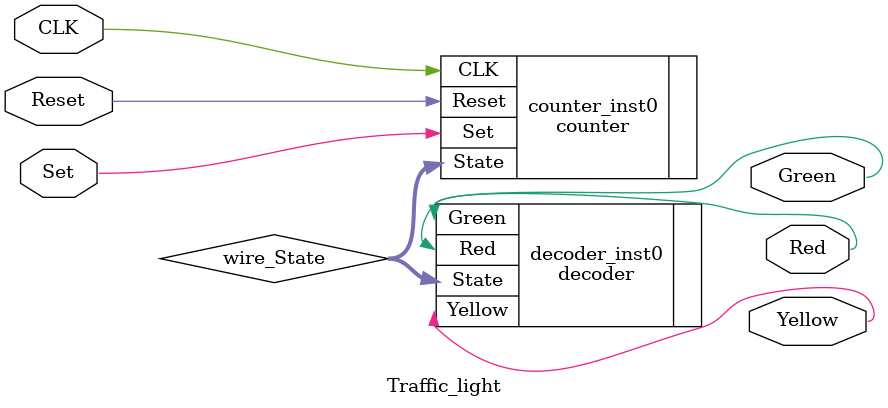
<source format=v>
module Traffic_light #(parameter num_of_bit = 4, parameter green_yellow_ratio = 4 )(CLK, Reset, Set, Red, Yellow, Green);
  input Set, Reset, CLK;
  output Red, Yellow, Green;
  wire [num_of_bit-1:0] wire_State;

  counter #(.num_of_bit(num_of_bit), .green_yellow_ratio(green_yellow_ratio)) counter_inst0(.CLK(CLK), 
                                                                  .Reset(Reset), .Set(Set), .State(wire_State));
                                                                  
  decoder #(.num_of_bit(num_of_bit), .green_yellow_ratio(green_yellow_ratio)) decoder_inst0(.State(wire_State), .Red(Red), .Yellow(Yellow), .Green(Green));
  
  
endmodule
                                                                  
</source>
